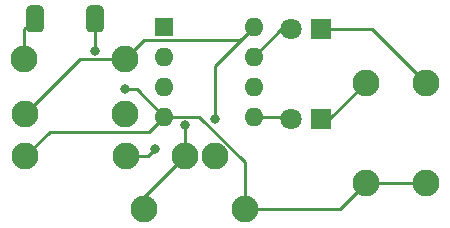
<source format=gbr>
%TF.GenerationSoftware,KiCad,Pcbnew,7.0.6-0*%
%TF.CreationDate,2023-08-03T16:52:38-04:00*%
%TF.ProjectId,Temp_Alarm,54656d70-5f41-46c6-9172-6d2e6b696361,rev?*%
%TF.SameCoordinates,Original*%
%TF.FileFunction,Copper,L1,Top*%
%TF.FilePolarity,Positive*%
%FSLAX46Y46*%
G04 Gerber Fmt 4.6, Leading zero omitted, Abs format (unit mm)*
G04 Created by KiCad (PCBNEW 7.0.6-0) date 2023-08-03 16:52:38*
%MOMM*%
%LPD*%
G01*
G04 APERTURE LIST*
G04 Aperture macros list*
%AMRoundRect*
0 Rectangle with rounded corners*
0 $1 Rounding radius*
0 $2 $3 $4 $5 $6 $7 $8 $9 X,Y pos of 4 corners*
0 Add a 4 corners polygon primitive as box body*
4,1,4,$2,$3,$4,$5,$6,$7,$8,$9,$2,$3,0*
0 Add four circle primitives for the rounded corners*
1,1,$1+$1,$2,$3*
1,1,$1+$1,$4,$5*
1,1,$1+$1,$6,$7*
1,1,$1+$1,$8,$9*
0 Add four rect primitives between the rounded corners*
20,1,$1+$1,$2,$3,$4,$5,0*
20,1,$1+$1,$4,$5,$6,$7,0*
20,1,$1+$1,$6,$7,$8,$9,0*
20,1,$1+$1,$8,$9,$2,$3,0*%
%AMFreePoly0*
4,1,35,0.312797,1.099367,0.509479,1.023172,0.688811,0.912134,0.844687,0.770034,0.971798,0.601712,1.065816,0.412899,1.123538,0.210026,1.143000,0.000000,1.123538,-0.210026,1.065816,-0.412899,0.971798,-0.601712,0.844687,-0.770034,0.688811,-0.912134,0.509479,-1.023172,0.312797,-1.099367,0.105463,-1.138124,-0.105463,-1.138124,-0.312797,-1.099367,-0.509479,-1.023172,-0.688811,-0.912134,
-0.844687,-0.770034,-0.971798,-0.601712,-1.065816,-0.412899,-1.123538,-0.210026,-1.143000,0.000000,-1.123538,0.210026,-1.065816,0.412899,-0.971798,0.601712,-0.844687,0.770034,-0.688811,0.912134,-0.509479,1.023172,-0.312797,1.099367,-0.105463,1.138124,0.105463,1.138124,0.312797,1.099367,0.312797,1.099367,$1*%
G04 Aperture macros list end*
%TA.AperFunction,ComponentPad*%
%ADD10FreePoly0,180.000000*%
%TD*%
%TA.AperFunction,SMDPad,CuDef*%
%ADD11RoundRect,0.381000X0.381000X-0.762000X0.381000X0.762000X-0.381000X0.762000X-0.381000X-0.762000X0*%
%TD*%
%TA.AperFunction,ComponentPad*%
%ADD12R,1.600000X1.600000*%
%TD*%
%TA.AperFunction,ComponentPad*%
%ADD13O,1.600000X1.600000*%
%TD*%
%TA.AperFunction,ComponentPad*%
%ADD14FreePoly0,270.000000*%
%TD*%
%TA.AperFunction,ComponentPad*%
%ADD15FreePoly0,0.000000*%
%TD*%
%TA.AperFunction,ComponentPad*%
%ADD16R,1.800000X1.800000*%
%TD*%
%TA.AperFunction,ComponentPad*%
%ADD17C,1.800000*%
%TD*%
%TA.AperFunction,ViaPad*%
%ADD18C,0.800000*%
%TD*%
%TA.AperFunction,Conductor*%
%ADD19C,0.250000*%
%TD*%
G04 APERTURE END LIST*
D10*
%TO.P,R4,2*%
%TO.N,Net-(U1-GND)*%
X143980000Y-107270000D03*
%TO.P,R4,1*%
%TO.N,Net-(R3-Pad2)*%
X152480000Y-107270000D03*
%TD*%
D11*
%TO.P,U2,1,VCC*%
%TO.N,Net-(U2-VCC)*%
X144780000Y-95640000D03*
%TO.P,U2,2,GND*%
%TO.N,Net-(U1-GND)*%
X149860000Y-95640000D03*
%TD*%
D12*
%TO.P,U1,1,~{RESET}/PB5*%
%TO.N,unconnected-(U1-~{RESET}{slash}PB5-Pad1)*%
X155710000Y-96270000D03*
D13*
%TO.P,U1,2,XTAL1/PB3*%
%TO.N,unconnected-(U1-XTAL1{slash}PB3-Pad2)*%
X155710000Y-98810000D03*
%TO.P,U1,3,XTAL2/PB4*%
%TO.N,Net-(U1-XTAL2{slash}PB4)*%
X155710000Y-101350000D03*
%TO.P,U1,4,GND*%
%TO.N,Net-(U1-GND)*%
X155710000Y-103890000D03*
%TO.P,U1,5,AREF/PB0*%
%TO.N,Net-(D1-A)*%
X163330000Y-103890000D03*
%TO.P,U1,6,PB1*%
%TO.N,unconnected-(U1-PB1-Pad6)*%
X163330000Y-101350000D03*
%TO.P,U1,7,PB2*%
%TO.N,Net-(D2-A)*%
X163330000Y-98810000D03*
%TO.P,U1,8,VCC*%
%TO.N,Net-(U1-VCC)*%
X163330000Y-96270000D03*
%TD*%
D10*
%TO.P,TH1,2*%
%TO.N,Net-(U1-XTAL2{slash}PB4)*%
X157480000Y-107270000D03*
%TO.P,TH1,1*%
%TO.N,Net-(U1-VCC)*%
X160020000Y-107270000D03*
%TD*%
D14*
%TO.P,R6,1*%
%TO.N,Net-(D1-K)*%
X172820000Y-101060000D03*
%TO.P,R6,2*%
%TO.N,Net-(U1-GND)*%
X172820000Y-109560000D03*
%TD*%
%TO.P,R5,2*%
%TO.N,Net-(U1-GND)*%
X177900000Y-109560000D03*
%TO.P,R5,1*%
%TO.N,Net-(D2-K)*%
X177900000Y-101060000D03*
%TD*%
D15*
%TO.P,R3,1*%
%TO.N,Net-(U1-VCC)*%
X143948000Y-103695000D03*
%TO.P,R3,2*%
%TO.N,Net-(R3-Pad2)*%
X152448000Y-103695000D03*
%TD*%
D10*
%TO.P,R2,1*%
%TO.N,Net-(U1-VCC)*%
X152400000Y-99060000D03*
%TO.P,R2,2*%
%TO.N,Net-(U2-VCC)*%
X143900000Y-99060000D03*
%TD*%
D15*
%TO.P,R1,1*%
%TO.N,Net-(U1-XTAL2{slash}PB4)*%
X154060000Y-111730000D03*
%TO.P,R1,2*%
%TO.N,Net-(U1-GND)*%
X162560000Y-111730000D03*
%TD*%
D16*
%TO.P,D2,1,K*%
%TO.N,Net-(D2-K)*%
X169000000Y-96520000D03*
D17*
%TO.P,D2,2,A*%
%TO.N,Net-(D2-A)*%
X166460000Y-96520000D03*
%TD*%
D16*
%TO.P,D1,1,K*%
%TO.N,Net-(D1-K)*%
X169000000Y-104140000D03*
D17*
%TO.P,D1,2,A*%
%TO.N,Net-(D1-A)*%
X166460000Y-104140000D03*
%TD*%
D18*
%TO.N,Net-(U1-GND)*%
X152400000Y-101600000D03*
X149860000Y-98335500D03*
%TO.N,Net-(U1-XTAL2{slash}PB4)*%
X157480000Y-104614500D03*
%TO.N,Net-(U1-VCC)*%
X160020000Y-104140000D03*
%TO.N,Net-(R3-Pad2)*%
X154940000Y-106680000D03*
%TD*%
D19*
%TO.N,Net-(U1-GND)*%
X153420000Y-101600000D02*
X155710000Y-103890000D01*
X149860000Y-95640000D02*
X149860000Y-98335500D01*
X152400000Y-101600000D02*
X153420000Y-101600000D01*
%TO.N,Net-(U2-VCC)*%
X144780000Y-95640000D02*
X143900000Y-96520000D01*
X143900000Y-96520000D02*
X143900000Y-99060000D01*
%TO.N,Net-(U1-XTAL2{slash}PB4)*%
X157480000Y-107270000D02*
X154060000Y-110690000D01*
X154060000Y-110690000D02*
X154060000Y-111730000D01*
X157480000Y-107270000D02*
X157480000Y-104614500D01*
%TO.N,Net-(U1-VCC)*%
X160020000Y-99580000D02*
X160020000Y-104140000D01*
X163330000Y-96270000D02*
X160020000Y-99580000D01*
%TO.N,Net-(D1-K)*%
X169000000Y-104140000D02*
X169740000Y-104140000D01*
X169740000Y-104140000D02*
X172820000Y-101060000D01*
%TO.N,Net-(D1-A)*%
X163330000Y-103890000D02*
X166210000Y-103890000D01*
X166210000Y-103890000D02*
X166460000Y-104140000D01*
%TO.N,Net-(D2-K)*%
X169000000Y-96520000D02*
X173360000Y-96520000D01*
X173360000Y-96520000D02*
X177900000Y-101060000D01*
%TO.N,Net-(D2-A)*%
X163330000Y-98810000D02*
X165620000Y-96520000D01*
X165620000Y-96520000D02*
X166460000Y-96520000D01*
%TO.N,Net-(U1-VCC)*%
X152400000Y-99060000D02*
X154065000Y-97395000D01*
X154065000Y-97395000D02*
X162205000Y-97395000D01*
X162205000Y-97395000D02*
X163330000Y-96270000D01*
X143948000Y-103695000D02*
X148583000Y-99060000D01*
X148583000Y-99060000D02*
X152400000Y-99060000D01*
%TO.N,Net-(R3-Pad2)*%
X154350000Y-107270000D02*
X154940000Y-106680000D01*
X152480000Y-107270000D02*
X154350000Y-107270000D01*
%TO.N,Net-(U1-GND)*%
X150450000Y-95050000D02*
X149860000Y-95640000D01*
X155710000Y-103890000D02*
X154437000Y-105163000D01*
X154437000Y-105163000D02*
X146087000Y-105163000D01*
X146087000Y-105163000D02*
X143980000Y-107270000D01*
X162560000Y-111730000D02*
X162560000Y-107733934D01*
X158716066Y-103890000D02*
X155710000Y-103890000D01*
X162560000Y-107733934D02*
X158716066Y-103890000D01*
X172820000Y-109560000D02*
X177900000Y-109560000D01*
X162560000Y-111730000D02*
X170650000Y-111730000D01*
X170650000Y-111730000D02*
X172820000Y-109560000D01*
%TD*%
M02*

</source>
